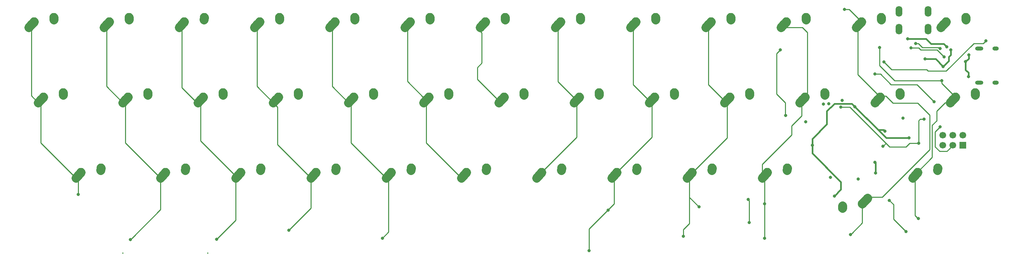
<source format=gtl>
G04 #@! TF.GenerationSoftware,KiCad,Pcbnew,(5.1.4-0-10_14)*
G04 #@! TF.CreationDate,2019-10-22T01:35:18+09:00*
G04 #@! TF.ProjectId,dombrick45,646f6d62-7269-4636-9b34-352e6b696361,rev?*
G04 #@! TF.SameCoordinates,Original*
G04 #@! TF.FileFunction,Copper,L1,Top*
G04 #@! TF.FilePolarity,Positive*
%FSLAX46Y46*%
G04 Gerber Fmt 4.6, Leading zero omitted, Abs format (unit mm)*
G04 Created by KiCad (PCBNEW (5.1.4-0-10_14)) date 2019-10-22 01:35:18*
%MOMM*%
%LPD*%
G04 APERTURE LIST*
%ADD10C,2.250000*%
%ADD11C,2.250000*%
%ADD12O,1.700000X2.700000*%
%ADD13O,1.600000X1.000000*%
%ADD14O,2.100000X1.000000*%
%ADD15C,1.700000*%
%ADD16R,1.700000X1.700000*%
%ADD17C,0.800000*%
%ADD18C,0.254000*%
%ADD19C,0.381000*%
G04 APERTURE END LIST*
D10*
X269220000Y-55535000D03*
D11*
X269200000Y-55825000D02*
X269240000Y-55245000D01*
D10*
X269240000Y-55245000D03*
X263545001Y-57055000D03*
D11*
X262890000Y-57785000D02*
X264200002Y-56325000D01*
D10*
X264200000Y-56325000D03*
X245407500Y-36485000D03*
D11*
X245387500Y-36775000D02*
X245427500Y-36195000D01*
D10*
X245427500Y-36195000D03*
X239732501Y-38005000D03*
D11*
X239077500Y-38735000D02*
X240387502Y-37275000D01*
D10*
X240387500Y-37275000D03*
D12*
X249936000Y-34671000D03*
X257236000Y-34671000D03*
X257236000Y-39171000D03*
X249936000Y-39171000D03*
D10*
X266838750Y-36485000D03*
D11*
X266818750Y-36775000D02*
X266858750Y-36195000D01*
D10*
X266858750Y-36195000D03*
X261163751Y-38005000D03*
D11*
X260508750Y-38735000D02*
X261818752Y-37275000D01*
D10*
X261818750Y-37275000D03*
D13*
X274387000Y-52707000D03*
X274387000Y-44067000D03*
D14*
X270207000Y-52707000D03*
X270207000Y-44067000D03*
D15*
X260985000Y-66040000D03*
X260985000Y-68580000D03*
X263525000Y-66040000D03*
X263525000Y-68580000D03*
X266065000Y-66040000D03*
D16*
X266065000Y-68580000D03*
D10*
X250170000Y-55535000D03*
D11*
X250150000Y-55825000D02*
X250190000Y-55245000D01*
D10*
X250190000Y-55245000D03*
X244495001Y-57055000D03*
D11*
X243840000Y-57785000D02*
X245150002Y-56325000D01*
D10*
X245150000Y-56325000D03*
X259695000Y-74585000D03*
D11*
X259675000Y-74875000D02*
X259715000Y-74295000D01*
D10*
X259715000Y-74295000D03*
X254020001Y-76105000D03*
D11*
X253365000Y-76835000D02*
X254675002Y-75375000D01*
D10*
X254675000Y-75375000D03*
X183495000Y-74585000D03*
D11*
X183475000Y-74875000D02*
X183515000Y-74295000D01*
D10*
X183515000Y-74295000D03*
X177820001Y-76105000D03*
D11*
X177165000Y-76835000D02*
X178475002Y-75375000D01*
D10*
X178475000Y-75375000D03*
X38238750Y-55535000D03*
D11*
X38218750Y-55825000D02*
X38258750Y-55245000D01*
D10*
X38258750Y-55245000D03*
X32563751Y-57055000D03*
D11*
X31908750Y-57785000D02*
X33218752Y-56325000D01*
D10*
X33218750Y-56325000D03*
X173970000Y-55535000D03*
D11*
X173950000Y-55825000D02*
X173990000Y-55245000D01*
D10*
X173990000Y-55245000D03*
X168295001Y-57055000D03*
D11*
X167640000Y-57785000D02*
X168950002Y-56325000D01*
D10*
X168950000Y-56325000D03*
X193020000Y-55535000D03*
D11*
X193000000Y-55825000D02*
X193040000Y-55245000D01*
D10*
X193040000Y-55245000D03*
X187345001Y-57055000D03*
D11*
X186690000Y-57785000D02*
X188000002Y-56325000D01*
D10*
X188000000Y-56325000D03*
X35857500Y-36485000D03*
D11*
X35837500Y-36775000D02*
X35877500Y-36195000D01*
D10*
X35877500Y-36195000D03*
X30182501Y-38005000D03*
D11*
X29527500Y-38735000D02*
X30837502Y-37275000D01*
D10*
X30837500Y-37275000D03*
X235605000Y-84165000D03*
D11*
X235625000Y-83875000D02*
X235585000Y-84455000D01*
D10*
X235585000Y-84455000D03*
X241279999Y-82645000D03*
D11*
X241935000Y-81915000D02*
X240624998Y-83375000D01*
D10*
X240625000Y-83375000D03*
X164445000Y-74585000D03*
D11*
X164425000Y-74875000D02*
X164465000Y-74295000D01*
D10*
X164465000Y-74295000D03*
X158770001Y-76105000D03*
D11*
X158115000Y-76835000D02*
X159425002Y-75375000D01*
D10*
X159425000Y-75375000D03*
X47763750Y-74585000D03*
D11*
X47743750Y-74875000D02*
X47783750Y-74295000D01*
D10*
X47783750Y-74295000D03*
X42088751Y-76105000D03*
D11*
X41433750Y-76835000D02*
X42743752Y-75375000D01*
D10*
X42743750Y-75375000D03*
X221595000Y-74585000D03*
D11*
X221575000Y-74875000D02*
X221615000Y-74295000D01*
D10*
X221615000Y-74295000D03*
X215920001Y-76105000D03*
D11*
X215265000Y-76835000D02*
X216575002Y-75375000D01*
D10*
X216575000Y-75375000D03*
X202545000Y-74585000D03*
D11*
X202525000Y-74875000D02*
X202565000Y-74295000D01*
D10*
X202565000Y-74295000D03*
X196870001Y-76105000D03*
D11*
X196215000Y-76835000D02*
X197525002Y-75375000D01*
D10*
X197525000Y-75375000D03*
X145395000Y-74585000D03*
D11*
X145375000Y-74875000D02*
X145415000Y-74295000D01*
D10*
X145415000Y-74295000D03*
X139720001Y-76105000D03*
D11*
X139065000Y-76835000D02*
X140375002Y-75375000D01*
D10*
X140375000Y-75375000D03*
X126345000Y-74585000D03*
D11*
X126325000Y-74875000D02*
X126365000Y-74295000D01*
D10*
X126365000Y-74295000D03*
X120670001Y-76105000D03*
D11*
X120015000Y-76835000D02*
X121325002Y-75375000D01*
D10*
X121325000Y-75375000D03*
X107295000Y-74585000D03*
D11*
X107275000Y-74875000D02*
X107315000Y-74295000D01*
D10*
X107315000Y-74295000D03*
X101620001Y-76105000D03*
D11*
X100965000Y-76835000D02*
X102275002Y-75375000D01*
D10*
X102275000Y-75375000D03*
X88245000Y-74585000D03*
D11*
X88225000Y-74875000D02*
X88265000Y-74295000D01*
D10*
X88265000Y-74295000D03*
X82570001Y-76105000D03*
D11*
X81915000Y-76835000D02*
X83225002Y-75375000D01*
D10*
X83225000Y-75375000D03*
X69195000Y-74585000D03*
D11*
X69175000Y-74875000D02*
X69215000Y-74295000D01*
D10*
X69215000Y-74295000D03*
X63520001Y-76105000D03*
D11*
X62865000Y-76835000D02*
X64175002Y-75375000D01*
D10*
X64175000Y-75375000D03*
X231120000Y-55535000D03*
D11*
X231100000Y-55825000D02*
X231140000Y-55245000D01*
D10*
X231140000Y-55245000D03*
X225445001Y-57055000D03*
D11*
X224790000Y-57785000D02*
X226100002Y-56325000D01*
D10*
X226100000Y-56325000D03*
X212070000Y-55535000D03*
D11*
X212050000Y-55825000D02*
X212090000Y-55245000D01*
D10*
X212090000Y-55245000D03*
X206395001Y-57055000D03*
D11*
X205740000Y-57785000D02*
X207050002Y-56325000D01*
D10*
X207050000Y-56325000D03*
X154920000Y-55535000D03*
D11*
X154900000Y-55825000D02*
X154940000Y-55245000D01*
D10*
X154940000Y-55245000D03*
X149245001Y-57055000D03*
D11*
X148590000Y-57785000D02*
X149900002Y-56325000D01*
D10*
X149900000Y-56325000D03*
X135870000Y-55535000D03*
D11*
X135850000Y-55825000D02*
X135890000Y-55245000D01*
D10*
X135890000Y-55245000D03*
X130195001Y-57055000D03*
D11*
X129540000Y-57785000D02*
X130850002Y-56325000D01*
D10*
X130850000Y-56325000D03*
X116820000Y-55535000D03*
D11*
X116800000Y-55825000D02*
X116840000Y-55245000D01*
D10*
X116840000Y-55245000D03*
X111145001Y-57055000D03*
D11*
X110490000Y-57785000D02*
X111800002Y-56325000D01*
D10*
X111800000Y-56325000D03*
X97770000Y-55535000D03*
D11*
X97750000Y-55825000D02*
X97790000Y-55245000D01*
D10*
X97790000Y-55245000D03*
X92095001Y-57055000D03*
D11*
X91440000Y-57785000D02*
X92750002Y-56325000D01*
D10*
X92750000Y-56325000D03*
X78720000Y-55535000D03*
D11*
X78700000Y-55825000D02*
X78740000Y-55245000D01*
D10*
X78740000Y-55245000D03*
X73045001Y-57055000D03*
D11*
X72390000Y-57785000D02*
X73700002Y-56325000D01*
D10*
X73700000Y-56325000D03*
X226357500Y-36485000D03*
D11*
X226337500Y-36775000D02*
X226377500Y-36195000D01*
D10*
X226377500Y-36195000D03*
X220682501Y-38005000D03*
D11*
X220027500Y-38735000D02*
X221337502Y-37275000D01*
D10*
X221337500Y-37275000D03*
X207307500Y-36485000D03*
D11*
X207287500Y-36775000D02*
X207327500Y-36195000D01*
D10*
X207327500Y-36195000D03*
X201632501Y-38005000D03*
D11*
X200977500Y-38735000D02*
X202287502Y-37275000D01*
D10*
X202287500Y-37275000D03*
X188257500Y-36485000D03*
D11*
X188237500Y-36775000D02*
X188277500Y-36195000D01*
D10*
X188277500Y-36195000D03*
X182582501Y-38005000D03*
D11*
X181927500Y-38735000D02*
X183237502Y-37275000D01*
D10*
X183237500Y-37275000D03*
X169207500Y-36485000D03*
D11*
X169187500Y-36775000D02*
X169227500Y-36195000D01*
D10*
X169227500Y-36195000D03*
X163532501Y-38005000D03*
D11*
X162877500Y-38735000D02*
X164187502Y-37275000D01*
D10*
X164187500Y-37275000D03*
X150157500Y-36485000D03*
D11*
X150137500Y-36775000D02*
X150177500Y-36195000D01*
D10*
X150177500Y-36195000D03*
X144482501Y-38005000D03*
D11*
X143827500Y-38735000D02*
X145137502Y-37275000D01*
D10*
X145137500Y-37275000D03*
X131107500Y-36485000D03*
D11*
X131087500Y-36775000D02*
X131127500Y-36195000D01*
D10*
X131127500Y-36195000D03*
X125432501Y-38005000D03*
D11*
X124777500Y-38735000D02*
X126087502Y-37275000D01*
D10*
X126087500Y-37275000D03*
X112057500Y-36485000D03*
D11*
X112037500Y-36775000D02*
X112077500Y-36195000D01*
D10*
X112077500Y-36195000D03*
X106382501Y-38005000D03*
D11*
X105727500Y-38735000D02*
X107037502Y-37275000D01*
D10*
X107037500Y-37275000D03*
X93007500Y-36485000D03*
D11*
X92987500Y-36775000D02*
X93027500Y-36195000D01*
D10*
X93027500Y-36195000D03*
X87332501Y-38005000D03*
D11*
X86677500Y-38735000D02*
X87987502Y-37275000D01*
D10*
X87987500Y-37275000D03*
X73926500Y-36485000D03*
D11*
X73906500Y-36775000D02*
X73946500Y-36195000D01*
D10*
X73946500Y-36195000D03*
X68251501Y-38005000D03*
D11*
X67596500Y-38735000D02*
X68906502Y-37275000D01*
D10*
X68906500Y-37275000D03*
X59670000Y-55535000D03*
D11*
X59650000Y-55825000D02*
X59690000Y-55245000D01*
D10*
X59690000Y-55245000D03*
X53995001Y-57055000D03*
D11*
X53340000Y-57785000D02*
X54650002Y-56325000D01*
D10*
X54650000Y-56325000D03*
X49887500Y-37275000D03*
X49232501Y-38005000D03*
D11*
X48577500Y-38735000D02*
X49887502Y-37275000D01*
D10*
X54927500Y-36195000D03*
X54907500Y-36485000D03*
D11*
X54887500Y-36775000D02*
X54927500Y-36195000D01*
D17*
X256540000Y-46736000D03*
X261112000Y-48641000D03*
X263017000Y-44450000D03*
X243967000Y-75565000D03*
X243840000Y-72898000D03*
X235476000Y-57168000D03*
X238760000Y-58801000D03*
X227965000Y-68580000D03*
X233553000Y-81407000D03*
X252476000Y-66675000D03*
X246380000Y-65024000D03*
X266758670Y-47406000D03*
X262001000Y-43688000D03*
X252095000Y-41656006D03*
X267589000Y-45720000D03*
X267499000Y-51218000D03*
X42068750Y-80962500D03*
X254793750Y-87090250D03*
X260730995Y-52196995D03*
X244983000Y-43815000D03*
X55245000Y-92456000D03*
X237617000Y-91186000D03*
X236093000Y-34163000D03*
X254127000Y-42799000D03*
X260349998Y-44068998D03*
X252984000Y-43942000D03*
X261366000Y-46228000D03*
X232156000Y-58039000D03*
X230759000Y-58166000D03*
X226314000Y-62611000D03*
X232537000Y-76660548D03*
X239567581Y-77089000D03*
X250952000Y-61722000D03*
X219837000Y-44450000D03*
X221170500Y-61023500D03*
X271907000Y-42164000D03*
X271907000Y-42164000D03*
X246126000Y-47498000D03*
X258826000Y-57531002D03*
X243840000Y-50546000D03*
X211709000Y-82296000D03*
X211931250Y-88106250D03*
X247459499Y-82486499D03*
X251714000Y-90424000D03*
X215900000Y-92075000D03*
X215900000Y-83343750D03*
X77089000Y-92329000D03*
X199231250Y-84137500D03*
X95377000Y-90043000D03*
X195326000Y-91567000D03*
X119062500Y-92075000D03*
X176212500Y-84931250D03*
X171450000Y-95250000D03*
X235204000Y-58928000D03*
X254889000Y-68072000D03*
X256286000Y-61976000D03*
X245872000Y-68834000D03*
X260350000Y-63881000D03*
D18*
X53340000Y-95735000D02*
X53340000Y-95885000D01*
X74771250Y-95735000D02*
X74771250Y-95885000D01*
D19*
X259207000Y-46736000D02*
X261112000Y-48641000D01*
X256540000Y-46736000D02*
X259207000Y-46736000D01*
X263017000Y-45656500D02*
X263017000Y-44450000D01*
X262509000Y-46164500D02*
X263017000Y-45656500D01*
X262509000Y-47244000D02*
X262509000Y-46164500D01*
X261112000Y-48641000D02*
X262509000Y-47244000D01*
X243967000Y-73025000D02*
X243840000Y-72898000D01*
X243967000Y-75565000D02*
X243967000Y-73025000D01*
X227965000Y-70612000D02*
X235204000Y-77851000D01*
X227965000Y-68580000D02*
X227965000Y-70612000D01*
X235204000Y-79756000D02*
X235204000Y-77851000D01*
X233553000Y-81407000D02*
X235204000Y-79756000D01*
X238760000Y-58801000D02*
X244636990Y-64677990D01*
X246662510Y-66675000D02*
X245065499Y-65077989D01*
X252476000Y-66675000D02*
X246662510Y-66675000D01*
X244690979Y-64624001D02*
X244636990Y-64677990D01*
X245980001Y-64624001D02*
X244690979Y-64624001D01*
X246380000Y-65024000D02*
X245980001Y-64624001D01*
X245036989Y-65077989D02*
X244636990Y-64677990D01*
X245065499Y-65077989D02*
X245036989Y-65077989D01*
X231648000Y-63246000D02*
X227965000Y-66929000D01*
X231648000Y-59944000D02*
X231648000Y-63246000D01*
X233553000Y-58039000D02*
X231648000Y-59944000D01*
X227965000Y-66929000D02*
X227965000Y-68580000D01*
X237998000Y-58039000D02*
X233553000Y-58039000D01*
X238760000Y-58801000D02*
X237998000Y-58039000D01*
X262001000Y-43688000D02*
X261239000Y-42926000D01*
X252660685Y-41656006D02*
X252095000Y-41656006D01*
X256794006Y-41656006D02*
X252660685Y-41656006D01*
X258064000Y-42926000D02*
X256794006Y-41656006D01*
X261239000Y-42926000D02*
X258064000Y-42926000D01*
X267589000Y-46575670D02*
X267589000Y-45720000D01*
X266758670Y-47406000D02*
X267589000Y-46575670D01*
X267589000Y-45720000D02*
X267589000Y-45720000D01*
X266758670Y-49461670D02*
X266758670Y-49080670D01*
X267499000Y-50202000D02*
X266758670Y-49461670D01*
X266758670Y-49080670D02*
X266758670Y-47406000D01*
X267499000Y-51218000D02*
X267499000Y-51218000D01*
X267499000Y-51218000D02*
X267499000Y-50202000D01*
D18*
X42068750Y-77470000D02*
X42068750Y-80962500D01*
X41433750Y-76835000D02*
X42068750Y-77470000D01*
X32543750Y-64859435D02*
X32543750Y-64293750D01*
X41433750Y-76835000D02*
X32543750Y-67945000D01*
X32543750Y-67945000D02*
X32543750Y-64859435D01*
X32543750Y-63728065D02*
X32543750Y-64293750D01*
X32543750Y-58420000D02*
X32543750Y-63728065D01*
X31908750Y-57785000D02*
X32543750Y-58420000D01*
X30162500Y-39370000D02*
X29527500Y-38735000D01*
X30162500Y-56038750D02*
X30162500Y-39370000D01*
X31908750Y-57785000D02*
X30162500Y-56038750D01*
X261112000Y-39338250D02*
X260508750Y-38735000D01*
X264200000Y-56325000D02*
X260730995Y-52855995D01*
X260730995Y-52855995D02*
X260730995Y-52762680D01*
X260730995Y-52762680D02*
X260730995Y-52196995D01*
X261620000Y-57785000D02*
X262890000Y-57785000D01*
X259461000Y-59944000D02*
X261620000Y-57785000D01*
X258318000Y-63500000D02*
X259461000Y-62357000D01*
X253365000Y-76835000D02*
X253365000Y-76581000D01*
X259461000Y-62357000D02*
X259461000Y-59944000D01*
X258318000Y-71628000D02*
X258318000Y-63500000D01*
X253365000Y-76581000D02*
X258318000Y-71628000D01*
X254730250Y-87090250D02*
X254793750Y-87090250D01*
X254000000Y-77470000D02*
X254000000Y-86360000D01*
X254000000Y-86360000D02*
X254730250Y-87090250D01*
X253365000Y-76835000D02*
X254000000Y-77470000D01*
X244983000Y-44380685D02*
X244983000Y-43815000D01*
X244983000Y-48387000D02*
X244983000Y-44380685D01*
X248792995Y-52196995D02*
X244983000Y-48387000D01*
X260730995Y-52196995D02*
X248792995Y-52196995D01*
X238506000Y-38354000D02*
X239649000Y-39497000D01*
X243522500Y-57785000D02*
X243840000Y-57785000D01*
X54768750Y-56206250D02*
X54650000Y-56325000D01*
X53975000Y-67945000D02*
X62865000Y-76835000D01*
X53340000Y-57785000D02*
X53975000Y-58420000D01*
X53975000Y-58420000D02*
X53975000Y-65087500D01*
X53975000Y-65087500D02*
X53975000Y-67945000D01*
X243840000Y-57785000D02*
X244602000Y-58547000D01*
X49212500Y-39370000D02*
X48577500Y-38735000D01*
X49212500Y-53657500D02*
X49212500Y-39370000D01*
X53340000Y-57785000D02*
X49212500Y-53657500D01*
X62865000Y-76835000D02*
X62865000Y-84836000D01*
X62865000Y-84836000D02*
X55644999Y-92056001D01*
X55644999Y-92056001D02*
X55245000Y-92456000D01*
X238016999Y-90786001D02*
X237617000Y-91186000D01*
X240625000Y-83375000D02*
X240625000Y-88178000D01*
X240625000Y-88178000D02*
X238016999Y-90786001D01*
X245681500Y-81661000D02*
X242189000Y-81661000D01*
X242189000Y-81661000D02*
X241935000Y-81915000D01*
X257683000Y-69659500D02*
X245681500Y-81661000D01*
X243840000Y-57785000D02*
X243586000Y-57531000D01*
X257683000Y-61087000D02*
X257683000Y-69659500D01*
X236658685Y-34163000D02*
X236093000Y-34163000D01*
X240387500Y-37275000D02*
X237275500Y-34163000D01*
X237275500Y-34163000D02*
X236658685Y-34163000D01*
X257683000Y-60960000D02*
X257683000Y-61087000D01*
X248412000Y-57912000D02*
X254635000Y-57912000D01*
X246634000Y-56134000D02*
X248412000Y-57912000D01*
X245491000Y-56134000D02*
X246634000Y-56134000D01*
X254635000Y-57912000D02*
X257683000Y-60960000D01*
X243840000Y-57785000D02*
X245150000Y-56475000D01*
X245150000Y-56475000D02*
X245150000Y-56325000D01*
X239522000Y-45085000D02*
X239522000Y-39624000D01*
X239522000Y-50697000D02*
X239522000Y-45085000D01*
X245150000Y-56325000D02*
X239522000Y-50697000D01*
X254127000Y-42799000D02*
X254127000Y-42799000D01*
X255835689Y-43815000D02*
X260096000Y-43815000D01*
X254819689Y-42799000D02*
X255835689Y-43815000D01*
X260096000Y-43815000D02*
X260349998Y-44068998D01*
X254127000Y-42799000D02*
X254819689Y-42799000D01*
X259588000Y-44450000D02*
X261366000Y-46228000D01*
X255397000Y-44450000D02*
X259588000Y-44450000D01*
X254889000Y-43942000D02*
X255397000Y-44450000D01*
X252984000Y-43942000D02*
X254889000Y-43942000D01*
X261366000Y-46228000D02*
X261366000Y-46228000D01*
X271272000Y-42799000D02*
X271907000Y-42164000D01*
X268859000Y-42799000D02*
X271272000Y-42799000D01*
X261874000Y-49784000D02*
X268859000Y-42799000D01*
X257302000Y-49784000D02*
X261874000Y-49784000D01*
X256921000Y-49403000D02*
X257302000Y-49784000D01*
X248031000Y-49403000D02*
X256921000Y-49403000D01*
X246126000Y-47498000D02*
X248031000Y-49403000D01*
X221107000Y-57785000D02*
X221107000Y-60960000D01*
X221107000Y-60960000D02*
X221170500Y-61023500D01*
X218948000Y-55626000D02*
X221107000Y-57785000D01*
X218948000Y-45339000D02*
X218948000Y-55626000D01*
X219837000Y-44450000D02*
X218948000Y-45339000D01*
X258826000Y-57531002D02*
X254507998Y-53213000D01*
X254507998Y-53213000D02*
X247904000Y-53213000D01*
X247904000Y-53213000D02*
X245237000Y-50546000D01*
X245237000Y-50546000D02*
X243840000Y-50546000D01*
X211931250Y-88106250D02*
X211931250Y-82518250D01*
X211931250Y-82518250D02*
X211709000Y-82296000D01*
X247459499Y-82486499D02*
X247459499Y-82486499D01*
X247459499Y-82486499D02*
X247332499Y-82486499D01*
X248539000Y-83566000D02*
X247459499Y-82486499D01*
X248539000Y-87249000D02*
X248539000Y-83566000D01*
X251714000Y-90424000D02*
X248539000Y-87249000D01*
X215265000Y-76835000D02*
X215900000Y-77470000D01*
X72072500Y-57785000D02*
X72390000Y-57785000D01*
X68262500Y-53975000D02*
X72072500Y-57785000D01*
X68262500Y-39401000D02*
X68262500Y-53975000D01*
X67596500Y-38735000D02*
X68262500Y-39401000D01*
X81915000Y-76358750D02*
X81915000Y-76835000D01*
X73025000Y-67468750D02*
X81915000Y-76358750D01*
X72390000Y-57785000D02*
X73025000Y-58420000D01*
X215900000Y-85725000D02*
X215900000Y-92075000D01*
X73025000Y-58420000D02*
X73025000Y-65881250D01*
X73025000Y-65881250D02*
X73025000Y-67468750D01*
X215900000Y-77470000D02*
X215900000Y-83343750D01*
X215900000Y-83343750D02*
X215900000Y-85725000D01*
X81915000Y-87503000D02*
X77488999Y-91929001D01*
X81915000Y-76835000D02*
X81915000Y-87503000D01*
X77488999Y-91929001D02*
X77089000Y-92329000D01*
X226695000Y-40005000D02*
X225425000Y-38735000D01*
X225425000Y-38735000D02*
X220027500Y-38735000D01*
X226695000Y-55403750D02*
X226695000Y-40005000D01*
X224790000Y-57308750D02*
X226695000Y-55403750D01*
X224790000Y-57785000D02*
X224790000Y-57308750D01*
X225264051Y-61120949D02*
X225264051Y-58259051D01*
X215265000Y-76835000D02*
X215265000Y-73406000D01*
X222758000Y-65913000D02*
X222758000Y-63627000D01*
X225264051Y-58259051D02*
X224790000Y-57785000D01*
X222758000Y-63627000D02*
X225264051Y-61120949D01*
X215265000Y-73406000D02*
X222758000Y-65913000D01*
X205740000Y-57308750D02*
X205740000Y-57785000D01*
X201612500Y-53181250D02*
X205740000Y-57308750D01*
X201612500Y-39370000D02*
X201612500Y-53181250D01*
X200977500Y-38735000D02*
X201612500Y-39370000D01*
X206375000Y-66675000D02*
X196215000Y-76835000D01*
X206375000Y-58420000D02*
X206375000Y-66675000D01*
X205740000Y-57785000D02*
X206375000Y-58420000D01*
X87312500Y-53657500D02*
X91440000Y-57785000D01*
X87312500Y-39370000D02*
X87312500Y-53657500D01*
X86677500Y-38735000D02*
X87312500Y-39370000D01*
X92514074Y-58859074D02*
X92514074Y-66548389D01*
X92514074Y-68384074D02*
X92514074Y-67679759D01*
X91440000Y-57785000D02*
X92514074Y-58859074D01*
X92514074Y-67679759D02*
X92514074Y-67114074D01*
X92514074Y-66548389D02*
X92514074Y-67114074D01*
X100965000Y-76835000D02*
X92514074Y-68384074D01*
X196850000Y-77470000D02*
X196850000Y-81756250D01*
X196215000Y-76835000D02*
X196850000Y-77470000D01*
X196850000Y-81756250D02*
X199231250Y-84137500D01*
X95776999Y-89643001D02*
X95377000Y-90043000D01*
X100965000Y-84455000D02*
X95776999Y-89643001D01*
X100965000Y-76835000D02*
X100965000Y-84455000D01*
X196850000Y-81756250D02*
X196850000Y-88392000D01*
X196850000Y-88392000D02*
X195326000Y-89916000D01*
X195326000Y-89916000D02*
X195326000Y-91567000D01*
X186690000Y-57308750D02*
X186690000Y-57785000D01*
X182562500Y-39370000D02*
X182562500Y-53181250D01*
X182562500Y-53181250D02*
X186690000Y-57308750D01*
X181927500Y-38735000D02*
X182562500Y-39370000D01*
X187325000Y-58420000D02*
X187325000Y-66525000D01*
X177165000Y-76685000D02*
X177165000Y-76835000D01*
X186690000Y-57785000D02*
X187325000Y-58420000D01*
X106362500Y-53657500D02*
X110490000Y-57785000D01*
X106362500Y-39370000D02*
X106362500Y-53657500D01*
X105727500Y-38735000D02*
X106362500Y-39370000D01*
X111125000Y-67945000D02*
X120015000Y-76835000D01*
X110490000Y-57785000D02*
X111125000Y-58420000D01*
X120650000Y-90487500D02*
X119062500Y-92075000D01*
X120650000Y-77470000D02*
X120650000Y-90487500D01*
X120015000Y-76835000D02*
X120650000Y-77470000D01*
X177800000Y-77470000D02*
X177800000Y-83343750D01*
X177165000Y-76835000D02*
X177800000Y-77470000D01*
X111125000Y-58420000D02*
X111125000Y-67468750D01*
X111125000Y-67468750D02*
X111125000Y-67945000D01*
X186456250Y-67393750D02*
X186456250Y-67402000D01*
X187325000Y-66525000D02*
X186456250Y-67393750D01*
X186456250Y-67393750D02*
X177165000Y-76685000D01*
X177006250Y-84137500D02*
X176212500Y-84931250D01*
X177800000Y-83343750D02*
X177006250Y-84137500D01*
X171450000Y-89693750D02*
X171450000Y-95250000D01*
X177006250Y-84137500D02*
X171450000Y-89693750D01*
X125412500Y-52387500D02*
X129540000Y-56515000D01*
X125412500Y-39370000D02*
X125412500Y-52387500D01*
X129540000Y-56515000D02*
X129540000Y-57785000D01*
X124777500Y-38735000D02*
X125412500Y-39370000D01*
X130175000Y-58420000D02*
X130175000Y-67945000D01*
X129540000Y-57785000D02*
X130175000Y-58420000D01*
X167640000Y-57785000D02*
X168275000Y-57150000D01*
X130333750Y-68103750D02*
X130333750Y-68195750D01*
X130175000Y-67945000D02*
X130333750Y-68103750D01*
X130333750Y-68103750D02*
X139065000Y-76835000D01*
X163512500Y-52431250D02*
X167640000Y-56558750D01*
X163512500Y-39370000D02*
X163512500Y-52431250D01*
X167640000Y-56558750D02*
X167640000Y-57785000D01*
X162877500Y-38735000D02*
X163512500Y-39370000D01*
X168275000Y-66525000D02*
X159425000Y-75375000D01*
X168275000Y-58420000D02*
X168275000Y-66525000D01*
X167640000Y-57785000D02*
X168275000Y-58420000D01*
X143129000Y-48895000D02*
X143129000Y-51847750D01*
X143764000Y-38798500D02*
X143764000Y-39624000D01*
X144272000Y-47752000D02*
X143129000Y-48895000D01*
X143764000Y-39624000D02*
X144272000Y-40132000D01*
X144272000Y-40132000D02*
X144272000Y-47752000D01*
X148590000Y-57308750D02*
X148590000Y-57785000D01*
X143129000Y-51847750D02*
X148590000Y-57308750D01*
X143827500Y-38735000D02*
X143764000Y-38798500D01*
X237490000Y-58928000D02*
X235204000Y-58928000D01*
X244329001Y-65767001D02*
X237490000Y-58928000D01*
X255270000Y-61976000D02*
X256286000Y-61976000D01*
X254889000Y-62357000D02*
X255270000Y-61976000D01*
X254889000Y-68072000D02*
X254889000Y-62357000D01*
X244329001Y-65767001D02*
X246507000Y-67945000D01*
X246507000Y-67945000D02*
X246507000Y-68199000D01*
X246507000Y-68199000D02*
X245872000Y-68834000D01*
X252603000Y-68072000D02*
X254889000Y-68072000D01*
X251714000Y-68961000D02*
X252603000Y-68072000D01*
X247523000Y-68961000D02*
X251714000Y-68961000D01*
X246507000Y-67945000D02*
X247523000Y-68961000D01*
X262675001Y-69429999D02*
X263525000Y-68580000D01*
X260350000Y-63881000D02*
X259080000Y-65151000D01*
X260223000Y-70104000D02*
X262001000Y-70104000D01*
X259080000Y-68961000D02*
X260223000Y-70104000D01*
X259080000Y-65151000D02*
X259080000Y-68961000D01*
X262001000Y-70104000D02*
X262675001Y-69429999D01*
M02*

</source>
